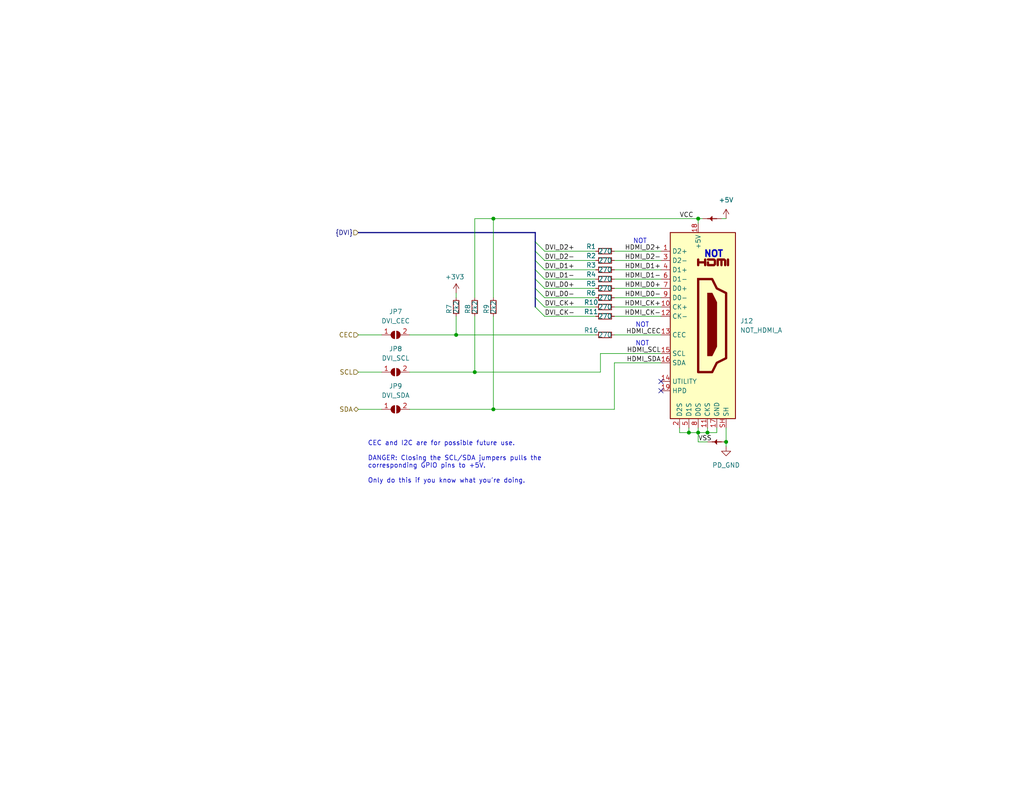
<source format=kicad_sch>
(kicad_sch (version 20211123) (generator eeschema)
  (paper "A")
  (title_block (title "CBM PET Mainboard Replacement"))
  (lib_symbols
    (symbol "Connector:HDMI_A"
      (property "Reference" "J" (at -6.35 26.67 0))
      (property "Value" "HDMI_A" (at 10.16 26.67 0))
      (symbol "HDMI_A_0_0"
        (polyline (pts (xy 8.128 16.51) (xy 8.128 18.034)) (stroke (width 0.635)))
        (polyline (pts (xy 0 16.51) (xy 0 18.034) (xy 0 17.272) (xy 1.905 17.272) (xy 1.905 18.034) (xy 1.905 16.51)) (stroke (width 0.635)))
        (polyline (pts (xy 2.667 18.034) (xy 4.318 18.034) (xy 4.572 17.78) (xy 4.572 16.764) (xy 4.318 16.51) (xy 2.667 16.51) (xy 2.667 17.272)) (stroke (width 0.635)))
      )
      (symbol "HDMI_A_0_1"
        (rectangle (start -7.62 25.4) (end 10.16 -25.4) (stroke (width 0.254)) (fill (type background)))
        (polyline (pts (xy 2.54 8.89) (xy 3.81 8.89) (xy 5.08 6.35) (xy 5.08 -5.715) (xy 3.81 -8.255) (xy 2.54 -8.255) (xy 2.54 8.89)) (fill (type outline)))
        (polyline (pts (xy 5.334 16.51) (xy 5.334 18.034) (xy 6.35 18.034) (xy 6.35 16.51) (xy 6.35 18.034) (xy 7.112 18.034) (xy 7.366 17.78) (xy 7.366 16.51)) (stroke (width 0.635)))
        (polyline (pts (xy 0 12.7) (xy 0 -12.7) (xy 3.81 -12.7) (xy 5.08 -10.16) (xy 7.62 -8.89) (xy 7.62 8.89) (xy 5.08 10.16) (xy 3.81 12.7) (xy 0 12.7)) (stroke (width 0.635)))
      )
      (symbol "HDMI_A_1_1"
        (pin passive line (at -10.16 20.32 0) (length 2.54) (name "D2+") (number "1"))
        (pin passive line (at -10.16 5.08 0) (length 2.54) (name "CK+") (number "10"))
        (pin power_in line (at 2.54 -27.94 90) (length 2.54) (name "CKS") (number "11"))
        (pin passive line (at -10.16 2.54 0) (length 2.54) (name "CK-") (number "12"))
        (pin bidirectional line (at -10.16 -2.54 0) (length 2.54) (name "CEC") (number "13"))
        (pin passive line (at -10.16 -15.24 0) (length 2.54) (name "UTILITY") (number "14"))
        (pin passive line (at -10.16 -7.62 0) (length 2.54) (name "SCL") (number "15"))
        (pin bidirectional line (at -10.16 -10.16 0) (length 2.54) (name "SDA") (number "16"))
        (pin power_in line (at 5.08 -27.94 90) (length 2.54) (name "GND") (number "17"))
        (pin power_in line (at 0 27.94 270) (length 2.54) (name "+5V") (number "18"))
        (pin passive line (at -10.16 -17.78 0) (length 2.54) (name "HPD") (number "19"))
        (pin power_in line (at -5.08 -27.94 90) (length 2.54) (name "D2S") (number "2"))
        (pin passive line (at -10.16 17.78 0) (length 2.54) (name "D2-") (number "3"))
        (pin passive line (at -10.16 15.24 0) (length 2.54) (name "D1+") (number "4"))
        (pin power_in line (at -2.54 -27.94 90) (length 2.54) (name "D1S") (number "5"))
        (pin passive line (at -10.16 12.7 0) (length 2.54) (name "D1-") (number "6"))
        (pin passive line (at -10.16 10.16 0) (length 2.54) (name "D0+") (number "7"))
        (pin power_in line (at 0 -27.94 90) (length 2.54) (name "D0S") (number "8"))
        (pin passive line (at -10.16 7.62 0) (length 2.54) (name "D0-") (number "9"))
        (pin passive line (at 7.62 -27.94 90) (length 2.54) (name "SH") (number "SH"))
      )
    )
    (symbol "Device:R_Small" (pin_numbers hide) (pin_names (offset 0.254) hide)
      (property "Reference" "R" (at 0.762 0.508 0))
      (property "Value" "R_Small" (at 0.762 -1.016 0))
      (symbol "R_Small_0_1"
        (rectangle (start -0.762 1.778) (end 0.762 -1.778) (stroke (width 0.2032)))
      )
      (symbol "R_Small_1_1"
        (pin passive line (at 0 2.54 270) (length 0.762) (name "~") (number "1"))
        (pin passive line (at 0 -2.54 90) (length 0.762) (name "~") (number "2"))
      )
    )
    (symbol "Jumper:SolderJumper_2_Open" (pin_names (offset 0) hide)
      (property "Reference" "JP" (at 0 2.032 0))
      (property "Value" "SolderJumper_2_Open" (at 0 -2.54 0))
      (symbol "SolderJumper_2_Open_0_1"
        (arc (start -0.254 1.016) (mid -1.27 0) (end -0.254 -1.016))
        (arc (start -0.254 1.016) (mid -1.27 0) (end -0.254 -1.016) (fill (type outline)))
        (polyline (pts (xy -0.254 1.016) (xy -0.254 -1.016)))
        (polyline (pts (xy 0.254 1.016) (xy 0.254 -1.016)))
        (arc (start 0.254 -1.016) (mid 1.27 0) (end 0.254 1.016))
        (arc (start 0.254 -1.016) (mid 1.27 0) (end 0.254 1.016) (fill (type outline)))
      )
      (symbol "SolderJumper_2_Open_1_1"
        (pin passive line (at -3.81 0 0) (length 2.54) (name "A") (number "1"))
        (pin passive line (at 3.81 0 180) (length 2.54) (name "B") (number "2"))
      )
    )
    (symbol "PET:PD_GND" (power) (pin_names (offset 0))
      (property "Value" "PD_GND" (at 0 -3.81 0))
      (symbol "PD_GND_0_1"
        (polyline (pts (xy 0 0) (xy 0 -1.27) (xy 1.27 -1.27) (xy 0 -2.54) (xy -1.27 -1.27) (xy 0 -1.27)))
      )
      (symbol "PD_GND_1_1"
        (pin power_in line (at 0 0 270) (length 0) hide (name "PD_GND") (number "1"))
      )
    )
    (symbol "PET:PowerTie_2" (pin_numbers hide) (pin_names (offset 0) hide)
      (symbol "PowerTie_2_0_1"
        (polyline (pts (xy -1.27 0) (xy 1.27 0)) (stroke (width 0.254)))
        (polyline (pts (xy 0 0.635) (xy 0.635 0) (xy 0 -0.635) (xy 0 0.635)) (fill (type outline)))
      )
      (symbol "PowerTie_2_1_1"
        (pin power_in line (at -2.54 0 0) (length 2.54) (name "1") (number "1"))
        (pin power_out line (at 2.54 0 180) (length 2.54) (name "2") (number "2"))
      )
    )
    (symbol "power:+3V3" (power) (pin_names (offset 0))
      (property "Value" "+3V3" (at 0 3.556 0))
      (symbol "+3V3_0_1"
        (polyline (pts (xy -0.762 1.27) (xy 0 2.54)))
        (polyline (pts (xy 0 0) (xy 0 2.54)))
        (polyline (pts (xy 0 2.54) (xy 0.762 1.27)))
      )
      (symbol "+3V3_1_1"
        (pin power_in line (at 0 0 90) (length 0) hide (name "+3V3") (number "1"))
      )
    )
    (symbol "power:+5V" (power) (pin_names (offset 0))
      (property "Value" "+5V" (at 0 3.556 0))
      (symbol "+5V_0_1"
        (polyline (pts (xy -0.762 1.27) (xy 0 2.54)))
        (polyline (pts (xy 0 0) (xy 0 2.54)))
        (polyline (pts (xy 0 2.54) (xy 0.762 1.27)))
      )
      (symbol "+5V_1_1"
        (pin power_in line (at 0 0 90) (length 0) hide (name "+5V") (number "1"))
      )
    )
  )
  (bus_alias "DVI" (members "DVI_D2+" "DVI_D2-" "DVI_D1+" "DVI_D1-" "DVI_D0+" "DVI_D0-" "DVI_CK+" "DVI_CK-"))
  (junction (at 134.62 111.76))
  (junction (at 193.04 118.11))
  (junction (at 190.5 59.69))
  (junction (at 134.62 59.69))
  (junction (at 198.12 120.65))
  (junction (at 190.5 118.11))
  (junction (at 129.54 101.6))
  (junction (at 187.96 118.11))
  (junction (at 124.46 91.44))
  (no_connect (at 180.34 104.14))
  (no_connect (at 180.34 106.68))
  (bus_entry (at 146.05 66.04) (size 2.54 2.54))
  (bus_entry (at 146.05 68.58) (size 2.54 2.54))
  (bus_entry (at 146.05 71.12) (size 2.54 2.54))
  (bus_entry (at 146.05 73.66) (size 2.54 2.54))
  (bus_entry (at 146.05 76.2) (size 2.54 2.54))
  (bus_entry (at 146.05 78.74) (size 2.54 2.54))
  (bus_entry (at 146.05 81.28) (size 2.54 2.54))
  (bus_entry (at 146.05 83.82) (size 2.54 2.54))
  (wire (pts (xy 167.64 81.28) (xy 180.34 81.28)))
  (bus (pts (xy 146.05 63.5) (xy 146.05 66.04)))
  (wire (pts (xy 167.64 83.82) (xy 180.34 83.82)))
  (wire (pts (xy 190.5 118.11) (xy 190.5 120.65)))
  (wire (pts (xy 111.76 101.6) (xy 129.54 101.6)))
  (wire (pts (xy 167.64 111.76) (xy 167.64 99.06)))
  (wire (pts (xy 134.62 59.69) (xy 190.5 59.69)))
  (wire (pts (xy 190.5 118.11) (xy 193.04 118.11)))
  (bus (pts (xy 146.05 71.12) (xy 146.05 73.66)))
  (bus (pts (xy 146.05 76.2) (xy 146.05 78.74)))
  (wire (pts (xy 124.46 86.36) (xy 124.46 91.44)))
  (wire (pts (xy 162.56 71.12) (xy 148.59 71.12)))
  (bus (pts (xy 146.05 68.58) (xy 146.05 71.12)))
  (wire (pts (xy 185.42 118.11) (xy 187.96 118.11)))
  (wire (pts (xy 167.64 71.12) (xy 180.34 71.12)))
  (wire (pts (xy 162.56 76.2) (xy 148.59 76.2)))
  (wire (pts (xy 129.54 59.69) (xy 129.54 81.28)))
  (wire (pts (xy 193.04 116.84) (xy 193.04 118.11)))
  (wire (pts (xy 185.42 116.84) (xy 185.42 118.11)))
  (wire (pts (xy 167.64 78.74) (xy 180.34 78.74)))
  (wire (pts (xy 111.76 91.44) (xy 124.46 91.44)))
  (wire (pts (xy 167.64 68.58) (xy 180.34 68.58)))
  (wire (pts (xy 97.79 101.6) (xy 104.14 101.6)))
  (wire (pts (xy 190.5 59.69) (xy 190.5 60.96)))
  (wire (pts (xy 97.79 111.76) (xy 104.14 111.76)))
  (bus (pts (xy 146.05 66.04) (xy 146.05 68.58)))
  (bus (pts (xy 146.05 73.66) (xy 146.05 76.2)))
  (bus (pts (xy 146.05 81.28) (xy 146.05 83.82)))
  (wire (pts (xy 195.58 116.84) (xy 195.58 118.11)))
  (wire (pts (xy 191.77 59.69) (xy 190.5 59.69)))
  (wire (pts (xy 134.62 59.69) (xy 134.62 81.28)))
  (wire (pts (xy 162.56 68.58) (xy 148.59 68.58)))
  (wire (pts (xy 163.83 101.6) (xy 163.83 96.52)))
  (wire (pts (xy 198.12 116.84) (xy 198.12 120.65)))
  (wire (pts (xy 162.56 81.28) (xy 148.59 81.28)))
  (bus (pts (xy 146.05 78.74) (xy 146.05 81.28)))
  (wire (pts (xy 111.76 111.76) (xy 134.62 111.76)))
  (wire (pts (xy 162.56 83.82) (xy 148.59 83.82)))
  (wire (pts (xy 190.5 116.84) (xy 190.5 118.11)))
  (wire (pts (xy 190.5 120.65) (xy 193.04 120.65)))
  (wire (pts (xy 187.96 118.11) (xy 190.5 118.11)))
  (wire (pts (xy 124.46 81.28) (xy 124.46 80.01)))
  (wire (pts (xy 167.64 73.66) (xy 180.34 73.66)))
  (wire (pts (xy 162.56 86.36) (xy 148.59 86.36)))
  (wire (pts (xy 129.54 86.36) (xy 129.54 101.6)))
  (wire (pts (xy 97.79 91.44) (xy 104.14 91.44)))
  (wire (pts (xy 163.83 96.52) (xy 180.34 96.52)))
  (wire (pts (xy 134.62 86.36) (xy 134.62 111.76)))
  (wire (pts (xy 187.96 116.84) (xy 187.96 118.11)))
  (wire (pts (xy 162.56 73.66) (xy 148.59 73.66)))
  (wire (pts (xy 198.12 120.65) (xy 198.12 121.92)))
  (wire (pts (xy 193.04 118.11) (xy 195.58 118.11)))
  (wire (pts (xy 167.64 86.36) (xy 180.34 86.36)))
  (wire (pts (xy 167.64 76.2) (xy 180.34 76.2)))
  (wire (pts (xy 162.56 78.74) (xy 148.59 78.74)))
  (wire (pts (xy 167.64 99.06) (xy 180.34 99.06)))
  (wire (pts (xy 167.64 91.44) (xy 180.34 91.44)))
  (bus (pts (xy 97.79 63.5) (xy 146.05 63.5)))
  (wire (pts (xy 124.46 91.44) (xy 162.56 91.44)))
  (wire (pts (xy 134.62 111.76) (xy 167.64 111.76)))
  (wire (pts (xy 134.62 59.69) (xy 129.54 59.69)))
  (wire (pts (xy 129.54 101.6) (xy 163.83 101.6)))
  (wire (pts (xy 198.12 59.69) (xy 196.85 59.69)))
  (text "NOT" (at 173.355 94.615 0) (effects (font (size 1.27 1.27)) (justify left bottom)))
  (text "NOT" (at 172.72 66.675 0) (effects (font (size 1.27 1.27)) (justify left bottom)))
  (text "CEC and I2C are for possible future use.\n\nDANGER: Closing the SCL/SDA jumpers pulls the\ncorresponding GPIO pins to +5V.\n\nOnly do this if you know what you're doing." (at 100.33 132.08 0) (effects (font (size 1.27 1.27)) (justify left bottom)))
  (text "NOT" (at 197.485 70.485 180) (effects (font (size 1.75 1.75) (thickness 0.4) bold) (justify right bottom)))
  (text "NOT" (at 173.355 89.535 0) (effects (font (size 1.27 1.27)) (justify left bottom)))
  (label "DVI_D2+" (at 148.59 68.58 0))
  (label "HDMI_D0-" (at 180.34 81.28 180))
  (label "HDMI_CK-" (at 180.34 86.36 180))
  (label "HDMI_SCL" (at 180.34 96.52 180))
  (label "VSS" (at 190.5 120.65 0))
  (label "HDMI_CK+" (at 180.34 83.82 180))
  (label "DVI_D0-" (at 148.59 81.28 0))
  (label "DVI_D1+" (at 148.59 73.66 0))
  (label "HDMI_D1-" (at 180.34 76.2 180))
  (label "VCC" (at 189.23 59.69 180))
  (label "HDMI_D2-" (at 180.34 71.12 180))
  (label "DVI_CK+" (at 148.59 83.82 0))
  (label "DVI_D1-" (at 148.59 76.2 0))
  (label "HDMI_CEC" (at 180.34 91.44 180))
  (label "DVI_CK-" (at 148.59 86.36 0))
  (label "HDMI_D1+" (at 180.34 73.66 180))
  (label "DVI_D0+" (at 148.59 78.74 0))
  (label "HDMI_SDA" (at 180.34 99.06 180))
  (label "HDMI_D2+" (at 180.34 68.58 180))
  (label "HDMI_D0+" (at 180.34 78.74 180))
  (label "DVI_D2-" (at 148.59 71.12 0))
  (hierarchical_label "SCL" (shape input) (at 97.79 101.6 180))
  (hierarchical_label "{DVI}" (shape input) (at 97.79 63.5 180))
  (hierarchical_label "CEC" (shape input) (at 97.79 91.44 180))
  (hierarchical_label "SDA" (shape bidirectional) (at 97.79 111.76 180))
  (symbol (lib_id "Device:R_Small") (at 165.1 83.82 90) (unit 1)
    (property "Reference" "R10" (at 161.29 82.55 90))
    (property "Value" "270" (at 165.1 83.82 90))
    (property "Footprint" "Resistor_SMD:R_0603_1608Metric" (effects hide))
    (property "LCSC" "C22966" (effects hide))
  )
  (symbol (lib_id "Device:R_Small") (at 165.1 76.2 90) (unit 1)
    (property "Reference" "R4" (at 161.29 74.93 90))
    (property "Value" "270" (at 165.1 76.2 90))
    (property "Footprint" "Resistor_SMD:R_0603_1608Metric" (effects hide))
    (property "LCSC" "C22966" (effects hide))
  )
  (symbol (lib_id "Device:R_Small") (at 134.62 83.82 0) (unit 1)
    (property "Reference" "R9" (at 132.715 85.725 90) (effects (justify left)))
    (property "Value" "2k2" (at 134.62 85.725 90) (effects (justify left)))
    (property "Footprint" "Resistor_SMD:R_0402_1005Metric" (effects hide))
    (property "LCSC" "C25879" (effects hide))
  )
  (symbol (lib_id "PET:PowerTie_2") (at 195.58 120.65 180) (unit 1)
    (property "Reference" "PT37" (effects hide))
    (property "Value" "PowerTie_2" (effects hide))
    (property "Footprint" "PET:NetTie-2_SMD_Pad_1.6_to_0.4mm" (effects hide))
  )
  (symbol (lib_id "Device:R_Small") (at 129.54 83.82 0) (unit 1)
    (property "Reference" "R8" (at 127.635 85.725 90) (effects (justify left)))
    (property "Value" "2k2" (at 129.54 85.725 90) (effects (justify left)))
    (property "Footprint" "Resistor_SMD:R_0402_1005Metric" (effects hide))
    (property "LCSC" "C25879" (effects hide))
  )
  (symbol (lib_id "power:+5V") (at 198.12 59.69 0) (unit 1)
    (property "Reference" "#PWR0144" (effects hide))
    (property "Value" "+5V" (at 198.12 54.61 0))
  )
  (symbol (lib_id "Jumper:SolderJumper_2_Open") (at 107.95 101.6 0) (unit 1)
    (property "Reference" "JP8" (at 107.95 95.25 0))
    (property "Value" "DVI_SCL" (at 107.95 97.79 0))
    (property "Footprint" "Jumper:SolderJumper-2_P1.3mm_Open_RoundedPad1.0x1.5mm" (effects hide))
  )
  (symbol (lib_id "PET:PowerTie_2") (at 194.31 59.69 180) (unit 1)
    (property "Reference" "PT18" (effects hide))
    (property "Value" "PowerTie_2" (effects hide))
    (property "Footprint" "PET:NetTie-2_SMD_Pad_1.6_to_0.4mm" (effects hide))
  )
  (symbol (lib_id "power:+3V3") (at 124.46 80.01 0) (mirror y) (unit 1)
    (property "Reference" "#PWR0145" (effects hide))
    (property "Value" "+3V3" (at 124.079 75.6158 0))
  )
  (symbol (lib_id "Connector:HDMI_A") (at 190.5 88.9 0) (unit 1)
    (property "Reference" "J12" (at 201.93 87.63 0) (effects (justify left)))
    (property "Value" "NOT_HDMI_A" (at 201.93 90.17 0) (effects (justify left)))
    (property "Footprint" "Connector_HDMI:HDMI_A_Molex_208658-1001_Horizontal" (effects hide))
    (property "Datasheet" "https://datasheet.lcsc.com/lcsc/1811111311_BOOMELE-Boom-Precision-Elec-C138388_C138388.pdf" (effects hide))
    (property "LCSC" "C138388" (effects hide))
  )
  (symbol (lib_id "Device:R_Small") (at 165.1 68.58 90) (unit 1)
    (property "Reference" "R1" (at 161.29 67.31 90))
    (property "Value" "270" (at 165.1 68.58 90))
    (property "Footprint" "Resistor_SMD:R_0603_1608Metric" (effects hide))
    (property "LCSC" "C22966" (effects hide))
  )
  (symbol (lib_id "Device:R_Small") (at 165.1 91.44 90) (unit 1)
    (property "Reference" "R16" (at 161.29 90.17 90))
    (property "Value" "270" (at 165.1 91.44 90))
    (property "Footprint" "Resistor_SMD:R_0603_1608Metric" (effects hide))
    (property "LCSC" "C22966" (effects hide))
  )
  (symbol (lib_id "Device:R_Small") (at 165.1 81.28 90) (unit 1)
    (property "Reference" "R6" (at 161.29 80.01 90))
    (property "Value" "270" (at 165.1 81.28 90))
    (property "Footprint" "Resistor_SMD:R_0603_1608Metric" (effects hide))
    (property "LCSC" "C22966" (effects hide))
  )
  (symbol (lib_id "Jumper:SolderJumper_2_Open") (at 107.95 91.44 0) (unit 1)
    (property "Reference" "JP7" (at 107.95 85.09 0))
    (property "Value" "DVI_CEC" (at 107.95 87.63 0))
    (property "Footprint" "Jumper:SolderJumper-2_P1.3mm_Open_RoundedPad1.0x1.5mm" (effects hide))
  )
  (symbol (lib_id "Device:R_Small") (at 165.1 86.36 90) (unit 1)
    (property "Reference" "R11" (at 161.29 85.09 90))
    (property "Value" "270" (at 165.1 86.36 90))
    (property "Footprint" "Resistor_SMD:R_0603_1608Metric" (effects hide))
    (property "LCSC" "C22966" (effects hide))
  )
  (symbol (lib_id "Device:R_Small") (at 165.1 78.74 90) (unit 1)
    (property "Reference" "R5" (at 161.29 77.47 90))
    (property "Value" "270" (at 165.1 78.74 90))
    (property "Footprint" "Resistor_SMD:R_0603_1608Metric" (effects hide))
    (property "LCSC" "C22966" (effects hide))
  )
  (symbol (lib_id "Device:R_Small") (at 124.46 83.82 0) (unit 1)
    (property "Reference" "R7" (at 122.555 85.725 90) (effects (justify left)))
    (property "Value" "2k2" (at 124.46 85.725 90) (effects (justify left)))
    (property "Footprint" "Resistor_SMD:R_0402_1005Metric" (effects hide))
    (property "LCSC" "C25879" (effects hide))
  )
  (symbol (lib_id "PET:PD_GND") (at 198.12 121.92 0) (unit 1)
    (property "Reference" "#PWR0146" (effects hide))
    (property "Value" "PD_GND" (at 198.12 127 0))
  )
  (symbol (lib_id "Device:R_Small") (at 165.1 71.12 90) (unit 1)
    (property "Reference" "R2" (at 161.29 69.85 90))
    (property "Value" "270" (at 165.1 71.12 90))
    (property "Footprint" "Resistor_SMD:R_0603_1608Metric" (effects hide))
    (property "LCSC" "C22966" (effects hide))
  )
  (symbol (lib_id "Jumper:SolderJumper_2_Open") (at 107.95 111.76 0) (unit 1)
    (property "Reference" "JP9" (at 107.95 105.41 0))
    (property "Value" "DVI_SDA" (at 107.95 107.95 0))
    (property "Footprint" "Jumper:SolderJumper-2_P1.3mm_Open_RoundedPad1.0x1.5mm" (effects hide))
  )
  (symbol (lib_id "Device:R_Small") (at 165.1 73.66 90) (unit 1)
    (property "Reference" "R3" (at 161.29 72.39 90))
    (property "Value" "270" (at 165.1 73.66 90))
    (property "Footprint" "Resistor_SMD:R_0603_1608Metric" (effects hide))
    (property "LCSC" "C22966" (effects hide))
  )
)
</source>
